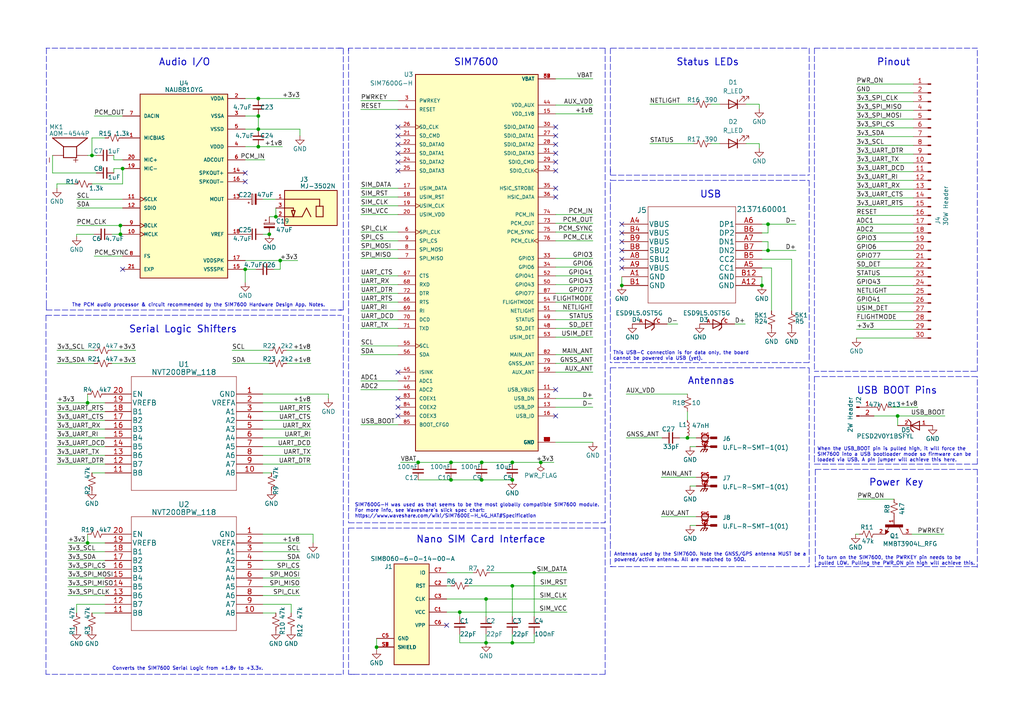
<source format=kicad_sch>
(kicad_sch (version 20231120) (generator "eeschema") (generator_version "8.0")
  (paper "A4")
  (title_block (title "SIM7600 Breakout Board") (date "2022-12-08") (rev "${VERSION}") (company "lamemakes"))
  (junction (at 154.94 166.116))
  (junction (at 139.7 139.192))
  (junction (at 80.01 62.865))
  (junction (at 148.59 169.926))
  (junction (at 180.34 82.804))
  (junction (at 148.59 139.192))
  (junction (at 156.845 134.112))
  (junction (at 133.35 177.546))
  (junction (at 148.59 134.112))
  (junction (at 109.22 187.706))
  (junction (at 222.758 65.024))
  (junction (at 148.59 186.436))
  (junction (at 81.28 75.565))
  (junction (at 139.7 134.112))
  (junction (at 74.93 33.655))
  (junction (at 25.4 116.84))
  (junction (at 220.98 82.804))
  (junction (at 121.285 134.112))
  (junction (at 222.758 72.644))
  (junction (at 26.67 45.085))
  (junction (at 71.12 78.105))
  (junction (at 74.93 42.545))
  (junction (at 140.97 173.736))
  (junction (at 140.97 186.436))
  (junction (at 35.56 48.895))
  (junction (at 130.81 139.192))
  (junction (at 199.39 127))
  (junction (at 25.4 157.48))
  (junction (at 130.81 134.112))
  (junction (at 74.93 28.575))
  (junction (at 78.105 67.945))
  (junction (at 34.925 65.405))
  (junction (at 260.35 120.65))
  (junction (at 34.925 67.945))
  (junction (at 74.93 37.465))
  (no_connect (at 161.163 41.91))
  (no_connect (at 161.163 39.37))
  (no_connect (at 115.443 44.45))
  (no_connect (at 115.443 118.11))
  (no_connect (at 35.56 78.105))
  (no_connect (at 161.163 49.53))
  (no_connect (at 161.163 113.03))
  (no_connect (at 115.443 115.57))
  (no_connect (at 115.443 46.99))
  (no_connect (at 129.54 181.356))
  (no_connect (at 115.443 39.37))
  (no_connect (at 115.443 107.95))
  (no_connect (at 161.163 44.45))
  (no_connect (at 161.163 36.83))
  (no_connect (at 115.443 49.53))
  (no_connect (at 161.163 54.61))
  (no_connect (at 115.443 41.91))
  (no_connect (at 71.12 50.165))
  (no_connect (at 161.163 120.65))
  (no_connect (at 71.12 52.705))
  (no_connect (at 180.34 67.564))
  (no_connect (at 161.163 46.99))
  (no_connect (at 161.163 57.15))
  (no_connect (at 180.34 77.724))
  (no_connect (at 115.443 120.65))
  (no_connect (at 180.34 72.644))
  (no_connect (at 180.34 70.104))
  (no_connect (at 115.443 36.83))
  (no_connect (at 180.34 75.184))
  (no_connect (at 180.34 65.024))
  (wire (pts (xy 76.2 162.56) (xy 86.995 162.56)))
  (polyline (pts (xy 101.092 151.638) (xy 175.514 151.638)) (stroke (width 0) (type dash)))
  (wire (pts (xy 104.648 74.93) (xy 115.443 74.93)))
  (wire (pts (xy 140.97 173.736) (xy 140.97 178.816)))
  (wire (pts (xy 15.24 50.165) (xy 27.94 50.165)))
  (wire (pts (xy 22.225 67.945) (xy 22.225 68.58)))
  (wire (pts (xy 139.7 139.192) (xy 130.81 139.192)))
  (polyline (pts (xy 177.038 106.68) (xy 177.038 157.607)) (stroke (width 0) (type dash)))
  (wire (pts (xy 30.48 137.16) (xy 26.67 137.16)))
  (wire (pts (xy 16.51 132.08) (xy 30.48 132.08)))
  (wire (pts (xy 220.98 77.724) (xy 223.774 77.724)))
  (wire (pts (xy 148.59 139.192) (xy 139.7 139.192)))
  (wire (pts (xy 84.455 175.26) (xy 84.455 177.8)))
  (wire (pts (xy 25.4 45.085) (xy 26.67 45.085)))
  (polyline (pts (xy 177.038 49.022) (xy 177.038 50.8)) (stroke (width 0) (type dash)))
  (polyline (pts (xy 234.696 13.97) (xy 234.696 50.8)) (stroke (width 0) (type dash)))
  (wire (pts (xy 220.98 75.184) (xy 229.616 75.184)))
  (wire (pts (xy 220.98 80.264) (xy 220.98 82.804)))
  (wire (pts (xy 248.412 39.624) (xy 264.922 39.624)))
  (wire (pts (xy 260.35 120.65) (xy 260.35 123.444)))
  (wire (pts (xy 80.01 60.325) (xy 80.01 62.865)))
  (wire (pts (xy 16.51 127) (xy 30.48 127)))
  (polyline (pts (xy 236.474 136.144) (xy 283.464 136.144)) (stroke (width 0) (type dash)))
  (wire (pts (xy 248.412 92.964) (xy 264.922 92.964)))
  (wire (pts (xy 104.648 110.49) (xy 115.443 110.49)))
  (wire (pts (xy 90.17 134.62) (xy 76.2 134.62)))
  (polyline (pts (xy 234.696 105.156) (xy 177.038 105.156)) (stroke (width 0) (type dash)))
  (wire (pts (xy 139.7 134.112) (xy 130.81 134.112)))
  (wire (pts (xy 104.648 85.09) (xy 115.443 85.09)))
  (polyline (pts (xy 99.568 91.44) (xy 99.568 195.58)) (stroke (width 0) (type dash)))
  (wire (pts (xy 188.468 30.226) (xy 201.168 30.226)))
  (wire (pts (xy 76.2 167.64) (xy 86.995 167.64)))
  (wire (pts (xy 25.4 116.84) (xy 30.48 116.84)))
  (wire (pts (xy 161.163 92.71) (xy 171.958 92.71)))
  (polyline (pts (xy 99.06 195.58) (xy 13.335 195.58)) (stroke (width 0) (type dash)))
  (wire (pts (xy 248.412 47.244) (xy 264.922 47.244)))
  (polyline (pts (xy 13.462 13.97) (xy 13.462 88.9)) (stroke (width 0) (type dash)))
  (wire (pts (xy 104.648 123.19) (xy 115.443 123.19)))
  (wire (pts (xy 90.17 127) (xy 76.2 127)))
  (wire (pts (xy 16.51 105.41) (xy 27.305 105.41)))
  (polyline (pts (xy 13.462 89.916) (xy 99.06 89.916)) (stroke (width 0) (type dash)))
  (wire (pts (xy 32.385 105.41) (xy 39.37 105.41)))
  (wire (pts (xy 16.51 116.84) (xy 25.4 116.84)))
  (wire (pts (xy 81.28 75.565) (xy 86.36 75.565)))
  (polyline (pts (xy 101.092 146.558) (xy 101.092 151.638)) (stroke (width 0) (type dash)))
  (wire (pts (xy 248.412 72.644) (xy 264.922 72.644)))
  (wire (pts (xy 200.152 152.4) (xy 201.93 152.4)))
  (polyline (pts (xy 177.038 50.8) (xy 234.696 50.8)) (stroke (width 0) (type dash)))
  (wire (pts (xy 200.152 129.54) (xy 201.93 129.54)))
  (wire (pts (xy 133.35 177.546) (xy 133.35 178.816)))
  (polyline (pts (xy 234.696 52.324) (xy 234.696 105.156)) (stroke (width 0) (type dash)))
  (polyline (pts (xy 283.464 164.338) (xy 236.474 164.338)) (stroke (width 0) (type dash)))
  (wire (pts (xy 248.412 42.164) (xy 264.922 42.164)))
  (wire (pts (xy 71.12 37.465) (xy 74.93 37.465)))
  (wire (pts (xy 161.163 64.77) (xy 171.958 64.77)))
  (wire (pts (xy 19.685 167.64) (xy 30.48 167.64)))
  (wire (pts (xy 83.185 105.41) (xy 90.17 105.41)))
  (wire (pts (xy 74.93 37.465) (xy 86.995 37.465)))
  (wire (pts (xy 253.492 120.65) (xy 260.35 120.65)))
  (wire (pts (xy 154.94 186.436) (xy 148.59 186.436)))
  (wire (pts (xy 142.24 166.116) (xy 154.94 166.116)))
  (wire (pts (xy 33.02 48.895) (xy 33.02 50.165)))
  (polyline (pts (xy 177.038 13.97) (xy 177.038 50.546)) (stroke (width 0) (type dash)))
  (wire (pts (xy 148.59 169.926) (xy 148.59 178.816)))
  (wire (pts (xy 35.56 48.895) (xy 35.56 53.34)))
  (wire (pts (xy 104.648 67.31) (xy 115.443 67.31)))
  (wire (pts (xy 90.805 154.94) (xy 90.805 157.48)))
  (wire (pts (xy 161.163 74.93) (xy 171.958 74.93)))
  (wire (pts (xy 248.412 82.804) (xy 264.922 82.804)))
  (wire (pts (xy 95.25 114.3) (xy 95.25 115.57)))
  (wire (pts (xy 25.4 154.94) (xy 25.4 157.48)))
  (wire (pts (xy 248.412 24.384) (xy 264.922 24.384)))
  (wire (pts (xy 76.2 114.3) (xy 95.25 114.3)))
  (wire (pts (xy 191.77 149.86) (xy 201.93 149.86)))
  (polyline (pts (xy 177.038 164.338) (xy 234.696 164.338)) (stroke (width 0) (type dash)))
  (wire (pts (xy 76.2 160.02) (xy 86.995 160.02)))
  (wire (pts (xy 223.774 77.724) (xy 223.774 90.17)))
  (wire (pts (xy 220.98 72.644) (xy 222.758 72.644)))
  (polyline (pts (xy 283.464 136.144) (xy 283.464 164.592)) (stroke (width 0) (type dash)))
  (wire (pts (xy 35.56 53.34) (xy 26.67 53.34)))
  (wire (pts (xy 216.408 41.656) (xy 220.218 41.656)))
  (polyline (pts (xy 175.514 13.97) (xy 101.092 13.97)) (stroke (width 0) (type dash)))
  (wire (pts (xy 19.685 172.72) (xy 30.48 172.72)))
  (wire (pts (xy 206.248 30.226) (xy 208.788 30.226)))
  (wire (pts (xy 135.89 169.926) (xy 148.59 169.926)))
  (wire (pts (xy 229.616 75.184) (xy 229.616 90.17)))
  (wire (pts (xy 67.31 101.6) (xy 78.105 101.6)))
  (wire (pts (xy 129.54 169.926) (xy 130.81 169.926)))
  (wire (pts (xy 161.163 115.57) (xy 171.958 115.57)))
  (wire (pts (xy 248.412 44.704) (xy 264.922 44.704)))
  (wire (pts (xy 200.152 140.97) (xy 201.93 140.97)))
  (wire (pts (xy 25.4 114.3) (xy 25.4 116.84)))
  (wire (pts (xy 161.163 105.41) (xy 171.958 105.41)))
  (wire (pts (xy 222.758 70.104) (xy 222.758 72.644)))
  (wire (pts (xy 154.94 166.116) (xy 164.465 166.116)))
  (wire (pts (xy 90.17 132.08) (xy 76.2 132.08)))
  (wire (pts (xy 148.59 183.896) (xy 148.59 186.436)))
  (wire (pts (xy 220.98 70.104) (xy 222.758 70.104)))
  (wire (pts (xy 222.758 67.564) (xy 222.758 65.024)))
  (polyline (pts (xy 177.038 54.61) (xy 177.038 52.07)) (stroke (width 0) (type dash)))
  (wire (pts (xy 148.59 134.112) (xy 156.845 134.112)))
  (polyline (pts (xy 99.568 88.9) (xy 99.568 13.97)) (stroke (width 0) (type dash)))
  (wire (pts (xy 199.39 127) (xy 201.93 127)))
  (wire (pts (xy 140.97 186.436) (xy 133.35 186.436)))
  (wire (pts (xy 248.412 57.404) (xy 264.922 57.404)))
  (wire (pts (xy 161.163 80.01) (xy 171.958 80.01)))
  (wire (pts (xy 25.4 157.48) (xy 19.685 157.48)))
  (wire (pts (xy 104.648 54.61) (xy 115.443 54.61)))
  (wire (pts (xy 104.648 59.69) (xy 115.443 59.69)))
  (wire (pts (xy 71.12 75.565) (xy 81.28 75.565)))
  (wire (pts (xy 76.2 172.72) (xy 86.995 172.72)))
  (wire (pts (xy 34.925 65.405) (xy 35.56 65.405)))
  (wire (pts (xy 109.22 185.166) (xy 109.22 187.706)))
  (wire (pts (xy 161.163 67.31) (xy 171.958 67.31)))
  (wire (pts (xy 213.106 93.98) (xy 216.154 93.98)))
  (wire (pts (xy 260.35 120.65) (xy 274.066 120.65)))
  (wire (pts (xy 264.414 154.94) (xy 273.812 154.94)))
  (wire (pts (xy 16.51 121.92) (xy 30.48 121.92)))
  (wire (pts (xy 154.94 183.896) (xy 154.94 186.436)))
  (wire (pts (xy 79.375 78.105) (xy 81.28 78.105)))
  (wire (pts (xy 248.412 54.864) (xy 264.922 54.864)))
  (wire (pts (xy 76.2 116.84) (xy 90.17 116.84)))
  (polyline (pts (xy 99.06 89.916) (xy 98.552 89.916)) (stroke (width 0) (type dash)))
  (polyline (pts (xy 98.044 13.97) (xy 99.568 13.97)) (stroke (width 0) (type dash)))
  (polyline (pts (xy 177.038 52.324) (xy 234.696 52.324)) (stroke (width 0) (type dash)))
  (wire (pts (xy 104.648 90.17) (xy 115.443 90.17)))
  (wire (pts (xy 248.412 26.924) (xy 264.922 26.924)))
  (polyline (pts (xy 175.514 153.162) (xy 175.514 195.58)) (stroke (width 0) (type dash)))
  (wire (pts (xy 25.4 157.48) (xy 30.48 157.48)))
  (wire (pts (xy 161.163 85.09) (xy 171.958 85.09)))
  (wire (pts (xy 22.225 175.26) (xy 30.48 175.26)))
  (polyline (pts (xy 101.092 153.162) (xy 101.092 195.58)) (stroke (width 0) (type dash)))
  (wire (pts (xy 33.02 46.355) (xy 35.56 46.355)))
  (wire (pts (xy 104.648 113.03) (xy 115.443 113.03)))
  (polyline (pts (xy 283.464 109.22) (xy 236.22 109.22)) (stroke (width 0) (type dash)))
  (wire (pts (xy 191.77 138.43) (xy 201.93 138.43)))
  (polyline (pts (xy 236.22 134.62) (xy 283.464 134.62)) (stroke (width 0) (type dash)))
  (wire (pts (xy 76.2 154.94) (xy 90.805 154.94)))
  (wire (pts (xy 74.93 42.545) (xy 81.915 42.545)))
  (wire (pts (xy 248.412 90.424) (xy 264.922 90.424)))
  (polyline (pts (xy 177.038 164.338) (xy 177.546 164.338)) (stroke (width 0) (type dash)))
  (wire (pts (xy 222.758 65.024) (xy 230.886 65.024)))
  (wire (pts (xy 67.31 105.41) (xy 78.105 105.41)))
  (wire (pts (xy 27.305 33.655) (xy 35.56 33.655)))
  (wire (pts (xy 104.648 82.55) (xy 115.443 82.55)))
  (wire (pts (xy 161.163 102.87) (xy 171.958 102.87)))
  (wire (pts (xy 104.648 31.75) (xy 115.443 31.75)))
  (wire (pts (xy 33.02 45.085) (xy 33.02 46.355)))
  (wire (pts (xy 22.225 65.405) (xy 34.925 65.405)))
  (wire (pts (xy 86.995 37.465) (xy 86.995 39.37)))
  (wire (pts (xy 76.2 157.48) (xy 86.995 157.48)))
  (wire (pts (xy 129.54 166.116) (xy 137.16 166.116)))
  (wire (pts (xy 19.685 170.18) (xy 30.48 170.18)))
  (polyline (pts (xy 177.165 13.97) (xy 213.995 13.97)) (stroke (width 0) (type dash)))
  (wire (pts (xy 161.163 118.11) (xy 171.958 118.11)))
  (wire (pts (xy 248.412 37.084) (xy 264.922 37.084)))
  (polyline (pts (xy 101.092 195.58) (xy 102.87 195.58)) (stroke (width 0) (type dash)))
  (wire (pts (xy 216.408 30.226) (xy 220.218 30.226)))
  (wire (pts (xy 248.412 34.544) (xy 264.922 34.544)))
  (wire (pts (xy 248.412 75.184) (xy 264.922 75.184)))
  (wire (pts (xy 27.305 74.295) (xy 35.56 74.295)))
  (polyline (pts (xy 99.568 89.916) (xy 98.552 89.916)) (stroke (width 0) (type dash)))
  (wire (pts (xy 104.648 29.21) (xy 115.443 29.21)))
  (polyline (pts (xy 175.514 195.58) (xy 167.64 195.58)) (stroke (width 0) (type dash)))
  (wire (pts (xy 22.225 60.325) (xy 35.56 60.325)))
  (wire (pts (xy 248.666 144.78) (xy 259.334 144.78)))
  (wire (pts (xy 104.648 57.15) (xy 115.443 57.15)))
  (wire (pts (xy 104.648 69.85) (xy 115.443 69.85)))
  (wire (pts (xy 74.93 33.655) (xy 74.93 37.465)))
  (wire (pts (xy 26.67 45.085) (xy 27.94 45.085)))
  (wire (pts (xy 148.59 169.926) (xy 164.465 169.926)))
  (wire (pts (xy 109.22 187.706) (xy 109.22 188.468)))
  (wire (pts (xy 161.163 22.86) (xy 171.958 22.86)))
  (wire (pts (xy 161.163 97.79) (xy 171.958 97.79)))
  (wire (pts (xy 76.2 67.945) (xy 78.105 67.945)))
  (polyline (pts (xy 101.092 153.162) (xy 175.514 153.162)) (stroke (width 0) (type dash)))
  (wire (pts (xy 84.455 175.26) (xy 76.2 175.26)))
  (wire (pts (xy 16.51 124.46) (xy 30.48 124.46)))
  (wire (pts (xy 16.51 129.54) (xy 30.48 129.54)))
  (polyline (pts (xy 177.038 54.61) (xy 177.038 105.156)) (stroke (width 0) (type dash)))
  (wire (pts (xy 248.412 32.004) (xy 264.922 32.004)))
  (wire (pts (xy 71.12 28.575) (xy 74.93 28.575)))
  (wire (pts (xy 161.163 30.48) (xy 171.958 30.48)))
  (wire (pts (xy 26.67 40.005) (xy 26.67 45.085)))
  (wire (pts (xy 248.412 70.104) (xy 264.922 70.104)))
  (wire (pts (xy 188.468 41.656) (xy 201.168 41.656)))
  (wire (pts (xy 16.51 101.6) (xy 27.305 101.6)))
  (wire (pts (xy 22.225 57.785) (xy 35.56 57.785)))
  (wire (pts (xy 140.97 173.736) (xy 164.465 173.736)))
  (wire (pts (xy 148.59 134.112) (xy 139.7 134.112)))
  (wire (pts (xy 78.105 62.865) (xy 80.01 62.865)))
  (wire (pts (xy 104.648 102.87) (xy 115.443 102.87)))
  (wire (pts (xy 76.2 177.8) (xy 80.01 177.8)))
  (wire (pts (xy 161.163 87.63) (xy 171.958 87.63)))
  (wire (pts (xy 104.648 92.71) (xy 115.443 92.71)))
  (wire (pts (xy 76.2 57.785) (xy 80.01 57.785)))
  (wire (pts (xy 161.163 69.85) (xy 171.958 69.85)))
  (wire (pts (xy 71.12 78.105) (xy 74.295 78.105)))
  (wire (pts (xy 90.17 129.54) (xy 76.2 129.54)))
  (wire (pts (xy 104.648 62.23) (xy 115.443 62.23)))
  (wire (pts (xy 104.648 95.25) (xy 115.443 95.25)))
  (wire (pts (xy 71.12 33.655) (xy 74.93 33.655)))
  (wire (pts (xy 34.925 67.945) (xy 35.56 67.945)))
  (wire (pts (xy 133.35 177.546) (xy 164.465 177.546)))
  (wire (pts (xy 32.385 101.6) (xy 39.37 101.6)))
  (wire (pts (xy 71.12 78.105) (xy 71.12 81.915)))
  (wire (pts (xy 104.648 100.33) (xy 115.443 100.33)))
  (wire (pts (xy 161.163 62.23) (xy 171.958 62.23)))
  (wire (pts (xy 129.54 173.736) (xy 140.97 173.736)))
  (wire (pts (xy 180.34 80.264) (xy 180.34 82.804)))
  (wire (pts (xy 193.548 93.98) (xy 196.596 93.98)))
  (polyline (pts (xy 101.092 13.97) (xy 101.092 133.35)) (stroke (width 0) (type dash)))
  (wire (pts (xy 248.412 67.564) (xy 264.922 67.564)))
  (wire (pts (xy 16.51 53.34) (xy 16.51 54.61)))
  (wire (pts (xy 248.412 49.784) (xy 264.922 49.784)))
  (polyline (pts (xy 214.122 13.97) (xy 234.696 13.97)) (stroke (width 0) (type dash)))
  (wire (pts (xy 161.163 128.27) (xy 171.958 128.27)))
  (wire (pts (xy 248.412 95.504) (xy 264.922 95.504)))
  (polyline (pts (xy 13.335 91.44) (xy 99.06 91.44)) (stroke (width 0) (type dash)))
  (wire (pts (xy 90.17 121.92) (xy 76.2 121.92)))
  (polyline (pts (xy 236.22 132.334) (xy 236.22 134.62)) (stroke (width 0) (type dash)))
  (wire (pts (xy 71.12 42.545) (xy 74.93 42.545)))
  (polyline (pts (xy 177.038 106.68) (xy 234.696 106.68)) (stroke (width 0) (type dash)))
  (wire (pts (xy 76.2 170.18) (xy 86.995 170.18)))
  (wire (pts (xy 81.28 78.105) (xy 81.28 75.565)))
  (polyline (pts (xy 101.092 132.842) (xy 101.092 146.812)) (stroke (width 0) (type dash)))
  (wire (pts (xy 22.225 175.26) (xy 22.225 177.8)))
  (wire (pts (xy 71.12 46.355) (xy 76.835 46.355)))
  (wire (pts (xy 19.685 162.56) (xy 30.48 162.56)))
  (wire (pts (xy 74.93 28.575) (xy 86.995 28.575)))
  (wire (pts (xy 30.48 177.8) (xy 26.67 177.8)))
  (wire (pts (xy 16.51 134.62) (xy 30.48 134.62)))
  (polyline (pts (xy 236.22 109.22) (xy 236.22 132.334)) (stroke (width 0) (type dash)))
  (wire (pts (xy 154.94 166.116) (xy 154.94 178.816)))
  (polyline (pts (xy 175.514 13.97) (xy 175.514 151.638)) (stroke (width 0) (type dash)))
  (wire (pts (xy 121.285 139.192) (xy 130.81 139.192)))
  (polyline (pts (xy 175.514 151.638) (xy 175.514 151.13)) (stroke (width 0) (type dash)))
  (wire (pts (xy 76.2 137.16) (xy 78.74 137.16)))
  (wire (pts (xy 156.845 134.112) (xy 160.655 134.112)))
  (wire (pts (xy 83.185 101.6) (xy 90.17 101.6)))
  (polyline (pts (xy 13.462 88.9) (xy 13.462 89.916)) (stroke (width 0) (type dash)))
  (wire (pts (xy 104.648 80.01) (xy 115.443 80.01)))
  (wire (pts (xy 248.412 65.024) (xy 264.922 65.024)))
  (wire (pts (xy 32.385 67.945) (xy 34.925 67.945)))
  (wire (pts (xy 35.56 48.895) (xy 33.02 48.895)))
  (polyline (pts (xy 236.22 13.97) (xy 236.22 107.696)) (stroke (width 0) (type dash)))
  (wire (pts (xy 161.163 82.55) (xy 171.958 82.55)))
  (wire (pts (xy 22.225 67.945) (xy 27.305 67.945)))
  (wire (pts (xy 90.17 119.38) (xy 76.2 119.38)))
  (polyline (pts (xy 13.335 91.44) (xy 13.335 195.58)) (stroke (width 0) (type dash)))
  (polyline (pts (xy 99.06 13.97) (xy 13.335 13.97)) (stroke (width 0) (type dash)))
  (wire (pts (xy 19.685 160.02) (xy 30.48 160.02)))
  (wire (pts (xy 21.59 53.34) (xy 16.51 53.34)))
  (wire (pts (xy 90.17 124.46) (xy 76.2 124.46)))
  (polyline (pts (xy 236.474 136.144) (xy 236.474 164.592)) (stroke (width 0) (type dash)))
  (wire (pts (xy 161.163 33.02) (xy 171.958 33.02)))
  (polyline (pts (xy 283.464 134.62) (xy 283.464 109.22)) (stroke (width 0) (type dash)))
  (wire (pts (xy 129.54 177.546) (xy 133.35 177.546)))
  (wire (pts (xy 199.39 119.38) (xy 199.39 121.92)))
  (polyline (pts (xy 283.21 107.696) (xy 236.22 107.696)) (stroke (width 0) (type dash)))
  (wire (pts (xy 222.758 72.644) (xy 230.886 72.644)))
  (wire (pts (xy 248.412 62.484) (xy 264.922 62.484)))
  (wire (pts (xy 206.248 41.656) (xy 208.788 41.656)))
  (wire (pts (xy 104.648 87.63) (xy 115.443 87.63)))
  (wire (pts (xy 76.2 165.1) (xy 86.995 165.1)))
  (wire (pts (xy 220.218 30.226) (xy 220.218 31.496)))
  (wire (pts (xy 266.192 118.11) (xy 258.572 118.11)))
  (wire (pts (xy 181.61 114.3) (xy 199.39 114.3)))
  (wire (pts (xy 104.648 72.39) (xy 115.443 72.39)))
  (wire (pts (xy 248.412 29.464) (xy 264.922 29.464)))
  (wire (pts (xy 140.97 183.896) (xy 140.97 186.436)))
  (wire (pts (xy 116.205 134.112) (xy 121.285 134.112)))
  (wire (pts (xy 121.285 134.112) (xy 130.81 134.112)))
  (wire (pts (xy 197.104 127) (xy 199.39 127)))
  (polyline (pts (xy 99.568 88.9) (xy 99.568 89.916)) (stroke (width 0) (type dash)))
  (polyline (pts (xy 283.464 107.696) (xy 283.464 13.97)) (stroke (width 0) (type dash)))
  (wire (pts (xy 248.412 59.944) (xy 264.922 59.944)))
  (wire (pts (xy 220.218 41.656) (xy 220.218 42.926)))
  (wire (pts (xy 220.98 67.564) (xy 222.758 67.564)))
  (wire (pts (xy 248.412 98.044) (xy 264.922 98.044)))
  (wire (pts (xy 133.35 186.436) (xy 133.35 183.896)))
  (polyline (pts (xy 234.696 106.68) (xy 234.696 164.338)) (stroke (width 0) (type dash)))
  (polyline (pts (xy 168.275 195.58) (xy 101.6 195.58)) (stroke (width 0) (type dash)))
  (polyline (pts (xy 177.038 157.48) (xy 177.038 164.338)) (stroke (width 0) (type dash)))
  (wire (pts (xy 161.163 95.25) (xy 171.958 95.25)))
  (wire (pts (xy 19.685 165.1) (xy 30.48 165.1)))
  (wire (pts (xy 248.158 154.94) (xy 249.174 154.94)))
  (wire (pts (xy 148.59 186.436) (xy 140.97 186.436)))
  (wire (pts (xy 248.412 87.884) (xy 264.922 87.884)))
  (polyline (pts (xy 101.092 13.97) (xy 101.092 14.732)) (stroke (width 0) (type dash)))
  (wire (pts (xy 181.61 127) (xy 192.024 127)))
  (wire (pts (xy 161.163 90.17) (xy 171.958 90.17)))
  (wire (pts (xy 248.412 52.324) (xy 264.922 52.324)))
  (wire (pts (xy 248.412 85.344) (xy 264.922 85.344)))
  (wire (pts (xy 34.925 65.405) (xy 34.925 67.945)))
  (wire (pts (xy 30.48 40.005) (xy 26.67 40.005)))
  (wire (pts (xy 220.98 65.024) (xy 222.758 65.024)))
  (wire (pts (xy 248.412 80.264) (xy 264.922 80.264)))
  (wire (pts (xy 248.412 77.724) (xy 264.922 77.724)))
  (wire (pts (xy 161.163 77.47) (xy 171.958 77.47)))
  (polyline (pts (xy 236.22 13.97) (xy 283.464 13.97)) (stroke (width 0) (type dash)))
  (wire (pts (xy 161.163 107.95) (xy 171.958 107.95)))
  (wire (pts (xy 16.51 119.38) (xy 30.48 119.38)))
  (wire (pts (xy 15.24 45.085) (xy 15.24 50.165)))
  (text "USB BOOT Pins" (at 248.412 114.554 0) (effects (font (size 2 2) (thickness 0.254) (bold yes)) (justify left bottom)))
  (text "Nano SIM Card Interface" (at 120.65 157.734 0) (effects (font (size 2 2) (thickness 0.254) (bold yes)) (justify left bottom)))
  (text "The PCM audio processor & circuit recommended by the SIM7600 Hardware Design App. Notes." (at 20.828 89.154 0) (effects (font (size 1 1)) (justify left bottom)))
  (text "SIM7600G-H was used as that seems to be the most globally compatible SIM7600 module. \nFor more info, see Waveshare's slick spec chart:\nhttps://www.waveshare.com/wiki/SIM7600E-H_4G_HAT#Specification" (at 102.87 150.368 0) (effects (font (size 1 1)) (justify left bottom)))
  (text "SIM7600" (at 131.572 19.304 0) (effects (font (size 2 2) (thickness 0.254) (bold yes)) (justify left bottom)))
  (text "Antennas used by the SIM7600. Note the GNSS/GPS antenna MUST be a \npowered/active antenna. All are matched to 50Ω." (at 178.054 163.068 0) (effects (font (size 1 1)) (justify left bottom)))
  (text "Power Key" (at 251.968 141.224 0) (effects (font (size 2 2) (thickness 0.254) (bold yes)) (justify left bottom)))
  (text "Audio I/O" (at 45.974 19.304 0) (effects (font (size 2 2) (thickness 0.254) (bold yes)) (justify left bottom)))
  (text "Converts the SIM7600 Serial Logic from +1.8v to +3.3v." (at 32.512 194.564 0) (effects (font (size 1 1)) (justify left bottom)))
  (text "This USB-C connection is for data only, the board\ncannot be powered via USB (yet)." (at 177.8 104.648 0) (effects (font (size 1 1)) (justify left bottom)))
  (text "To turn on the SIM7600, the PWRKEY pin needs to be\npulled LOW. Pulling the PWR_ON pin high will achieve this." (at 237.236 164.084 0) (effects (font (size 1 1)) (justify left bottom)))
  (text "Antennas" (at 199.39 111.76 0) (effects (font (size 2 2) (thickness 0.254) (bold yes)) (justify left bottom)))
  (text "Pinout" (at 254.254 19.304 0) (effects (font (size 2 2) (thickness 0.254) (bold yes)) (justify left bottom)))
  (text "USB" (at 202.946 57.658 0) (effects (font (size 2 2) (thickness 0.254) (bold yes)) (justify left bottom)))
  (text "Serial Logic Shifters" (at 37.338 96.774 0) (effects (font (size 2 2) (thickness 0.254) (bold yes)) (justify left bottom)))
  (text "Status LEDs" (at 196.088 19.304 0) (effects (font (size 2 2) (thickness 0.254) (bold yes)) (justify left bottom)))
  (text "When the USB_BOOT pin is pulled high, it will force the \nSIM7600 into a USB bootloader mode so firmware can be \nloaded via USB. A pin jumper will achieve this here." (at 236.982 134.112 0) (effects (font (size 1 1)) (justify left bottom)))
  (label "UART_TX" (at 104.648 95.25 0))
  (label "+3v3" (at 16.51 116.84 0))
  (label "GPIO3" (at 171.958 74.93 180))
  (label "MAIN_ANT" (at 171.958 102.87 180))
  (label "SCL" (at 67.31 101.6 0))
  (label "UART_DTR" (at 90.17 134.62 180))
  (label "AUX_VDD" (at 171.958 30.48 180))
  (label "SDA" (at 67.31 105.41 0))
  (label "UART_RI" (at 90.17 127 180))
  (label "GPIO41" (at 248.412 87.884 0))
  (label "D+" (at 171.958 115.57 180))
  (label "SPI_CS" (at 86.995 165.1 180))
  (label "3v3_SPI_MISO" (at 19.685 170.18 0))
  (label "NETLIGHT" (at 188.468 30.226 0))
  (label "3v3_SCL" (at 16.51 101.6 0))
  (label "D+" (at 230.886 72.644 180))
  (label "D+" (at 216.154 93.98 180))
  (label "STATUS" (at 248.412 80.264 0))
  (label "UART_CTS" (at 90.17 121.92 180))
  (label "+1v8" (at 171.958 33.02 180))
  (label "AUX_ANT" (at 191.77 149.86 0))
  (label "+3v3" (at 39.37 105.41 180))
  (label "PWRKEY" (at 273.812 154.94 180))
  (label "SPI_MOSI" (at 86.995 167.64 180))
  (label "+3v3" (at 39.37 101.6 180))
  (label "3v3_UART_CTS" (at 248.412 57.404 0))
  (label "USIM_DET" (at 248.412 90.424 0))
  (label "SDA" (at 104.648 102.87 0))
  (label "SD_DET" (at 248.412 77.724 0))
  (label "RESET" (at 104.648 31.75 0))
  (label "NETLIGHT" (at 248.412 85.344 0))
  (label "SIM_VCC" (at 104.648 62.23 0))
  (label "GPIO77" (at 248.412 75.184 0))
  (label "PCM_CLK" (at 171.958 69.85 180))
  (label "3v3_SPI_CLK" (at 19.685 172.72 0))
  (label "3v3_UART_DCD" (at 248.412 49.784 0))
  (label "PCM_CLK" (at 22.225 65.405 0))
  (label "3v3_UART_RI" (at 248.412 52.324 0))
  (label "SPI_MOSI" (at 104.648 72.39 0))
  (label "D-" (at 171.958 118.11 180))
  (label "SPI_CLK" (at 86.995 172.72 180))
  (label "3v3_SPI_CS" (at 248.412 37.084 0))
  (label "PCM_OUT" (at 171.958 64.77 180))
  (label "GND" (at 248.412 26.924 0))
  (label "SPI_MISO" (at 86.995 170.18 180))
  (label "3v3_SPI_CLK" (at 248.412 29.464 0))
  (label "3v3_SPI_MISO" (at 248.412 32.004 0))
  (label "GPIO43" (at 171.958 82.55 180))
  (label "SCL" (at 22.225 57.785 0))
  (label "UART_RX" (at 90.17 124.46 180))
  (label "3v3_SCL" (at 19.685 160.02 0))
  (label "MAIN_ANT" (at 191.77 138.43 0))
  (label "UART_RI" (at 104.648 90.17 0))
  (label "SD_DET" (at 171.958 95.25 180))
  (label "UART_TX" (at 90.17 132.08 180))
  (label "+1v8" (at 81.915 42.545 180))
  (label "UART_DCD" (at 104.648 92.71 0))
  (label "FLIGHTMODE" (at 248.412 92.964 0))
  (label "PCM_IN" (at 76.835 46.355 180))
  (label "3v3_SDA" (at 19.685 162.56 0))
  (label "SIM_VCC" (at 164.465 177.546 180))
  (label "USB_BOOT" (at 104.648 123.19 0))
  (label "PWRKEY" (at 104.648 29.21 0))
  (label "PCM_SYNC" (at 171.958 67.31 180))
  (label "+1v8" (at 90.17 101.6 180))
  (label "+3v3" (at 86.995 28.575 180))
  (label "+3v3" (at 248.412 95.504 0))
  (label "ADC1" (at 248.412 65.024 0))
  (label "3v3_UART_DTR" (at 248.412 44.704 0))
  (label "3v3_SPI_MOSI" (at 19.685 167.64 0))
  (label "NETLIGHT" (at 171.958 90.17 180))
  (label "SDA" (at 22.225 60.325 0))
  (label "PWR_ON" (at 248.666 144.78 0))
  (label "AUX_ANT" (at 171.958 107.95 180))
  (label "D-" (at 196.596 93.98 180))
  (label "3v3_UART_CTS" (at 16.51 121.92 0))
  (label "UART_DTR" (at 104.648 85.09 0))
  (label "UART_RTS" (at 104.648 87.63 0))
  (label "USB_BOOT" (at 274.066 120.65 180))
  (label "GPIO77" (at 171.958 85.09 180))
  (label "GPIO3" (at 248.412 70.104 0))
  (label "SIM_RST" (at 104.648 57.15 0))
  (label "3v3_UART_TX" (at 248.412 47.244 0))
  (label "SIM_DATA" (at 164.465 166.116 180))
  (label "UART_RTS" (at 90.17 119.38 180))
  (label "+1v8" (at 90.17 105.41 180))
  (label "SIM_RST" (at 164.465 169.926 180))
  (label "VBAT" (at 171.958 22.86 180))
  (label "3v3_SDA" (at 16.51 105.41 0))
  (label "GPIO41" (at 171.958 80.01 180))
  (label "AUX_VDD" (at 181.61 114.3 0))
  (label "PWR_ON" (at 248.412 24.384 0))
  (label "+1v8" (at 86.995 157.48 180))
  (label "SCL" (at 86.995 160.02 180))
  (label "GPIO6" (at 248.412 72.644 0))
  (label "SIM_CLK" (at 104.648 59.69 0))
  (label "3v3_UART_RX" (at 16.51 124.46 0))
  (label "3v3_SCL" (at 248.412 42.164 0))
  (label "3v3_UART_DCD" (at 16.51 129.54 0))
  (label "SIM_CLK" (at 164.465 173.736 180))
  (label "3v3_SPI_CS" (at 19.685 165.1 0))
  (label "+1v8" (at 266.192 118.11 180))
  (label "3v3_UART_RTS" (at 248.412 59.944 0))
  (label "SDA" (at 86.995 162.56 180))
  (label "3v3_UART_DTR" (at 16.51 134.62 0))
  (label "RESET" (at 248.412 62.484 0))
  (label "STATUS" (at 171.958 92.71 180))
  (label "3v3_UART_TX" (at 16.51 132.08 0))
  (label "GNSS_ANT" (at 181.61 127 0))
  (label "VBAT" (at 116.205 134.112 0))
  (label "ADC2" (at 104.648 113.03 0))
  (label "SIM_DATA" (at 104.648 54.61 0))
  (label "GNSS_ANT" (at 171.958 105.41 180))
  (label "3v3_UART_RX" (at 248.412 54.864 0))
  (label "SPI_CS" (at 104.648 69.85 0))
  (label "+3v3" (at 19.685 157.48 0))
  (label "UART_CTS" (at 104.648 80.01 0))
  (label "+3v3" (at 160.655 134.112 180))
  (label "3v3_UART_RTS" (at 16.51 119.38 0))
  (label "STATUS" (at 188.468 41.656 0))
  (label "FLIGHTMODE" (at 171.958 87.63 180))
  (label "ADC1" (at 104.648 110.49 0))
  (label "USIM_DET" (at 171.958 97.79 180))
  (label "3v3_UART_RI" (at 16.51 127 0))
  (label "UART_DCD" (at 90.17 129.54 180))
  (label "3v3_SPI_MOSI" (at 248.412 34.544 0))
  (label "3v3_SDA" (at 248.412 39.624 0))
  (label "GPIO6" (at 171.958 77.47 180))
  (label "+3v3" (at 86.36 75.565 180))
  (label "D-" (at 230.886 65.024 180))
  (label "PCM_SYNC" (at 27.305 74.295 0))
  (label "+1v8" (at 90.17 116.84 180))
  (label "PCM_IN" (at 171.958 62.23 180))
  (label "PCM_OUT" (at 27.305 33.655 0))
  (label "SPI_MISO" (at 104.648 74.93 0))
  (label "SCL" (at 104.648 100.33 0))
  (label "SPI_CLK" (at 104.648 67.31 0))
  (label "ADC2" (at 248.412 67.564 0))
  (label "UART_RX" (at 104.648 82.55 0))
  (label "GPIO43" (at 248.412 82.804 0))
  (symbol (lib_id "power:GND") (at 78.74 142.24 0) (unit 1)
    (property "Reference" "#PWR06" (effects (hide yes)))
    (property "Value" "GND" (at 78.74 146.05 0))
  )
  (symbol (lib_id "power:GND") (at 248.158 154.94 0) (unit 1)
    (property "Reference" "#PWR08" (effects (hide yes)))
    (property "Value" "GND" (at 248.158 158.75 0))
  )
  (symbol (lib_id "Device:R_Small_US") (at 22.225 180.34 180) (unit 1)
    (property "Reference" "R1" (at 20.955 182.88 90))
    (property "Value" "47k" (at 20.955 177.8 90))
    (property "Footprint" "Resistor_SMD:R_0201_0603Metric_Pad0.64x0.40mm_HandSolder" (effects (hide yes)))
  )
  (symbol (lib_id "Device:R_Small_US") (at 229.616 92.71 180) (unit 1)
    (property "Reference" "R5" (at 231.902 93.218 0))
    (property "Value" "5K1" (at 232.41 91.44 0))
    (property "Footprint" "Resistor_SMD:R_0201_0603Metric_Pad0.64x0.40mm_HandSolder" (effects (hide yes)))
  )
  (symbol (lib_id "Device:R_Small_US") (at 139.7 166.116 90) (unit 1)
    (property "Reference" "R7" (at 137.16 164.846 90))
    (property "Value" "22" (at 142.24 164.846 90))
    (property "Footprint" "Resistor_SMD:R_0201_0603Metric_Pad0.64x0.40mm_HandSolder" (effects (hide yes)))
  )
  (symbol (lib_id "Device:R_Small_US") (at 133.35 169.926 90) (unit 1)
    (property "Reference" "R6" (at 130.81 168.656 90))
    (property "Value" "22" (at 135.89 168.656 90))
    (property "Footprint" "Resistor_SMD:R_0201_0603Metric_Pad0.64x0.40mm_HandSolder" (effects (hide yes)))
  )
  (symbol (lib_id "power:GND") (at 26.67 182.88 0) (unit 1)
    (property "Reference" "#PWR04" (effects (hide yes)))
    (property "Value" "GND" (at 26.67 186.69 0))
  )
  (symbol (lib_name "SIM7600E-H_1") (lib_id "SIM7600E-H:SIM7600E-H") (at 138.303 77.47 0) (unit 1)
    (property "Reference" "U3" (at 118.491 21.59 0))
    (property "Value" "SIM7600G-H" (at 113.538 24.13 0))
    (property "Footprint" "sim7600_breakout:IC_SIM7600E-H" (effects (hide yes)))
    (property "MANUFACTURER" "SIMCom" (effects (hide yes)))
    (property "PARTREV" "1.01" (effects (hide yes)))
    (property "STANDARD" "Manufacturer Recommendations" (effects (hide yes)))
  )
  (symbol (lib_id "power:GND") (at 183.388 93.98 0) (mirror y) (unit 1)
    (property "Reference" "#PWR026" (effects (hide yes)))
    (property "Value" "GND" (at 183.388 97.79 0))
  )
  (symbol (lib_id "power:GND") (at 180.34 82.804 0) (unit 1)
    (property "Reference" "#PWR017" (effects (hide yes)))
    (property "Value" "GND" (at 180.34 86.614 0))
  )
  (symbol (lib_id "power:GND") (at 71.12 81.915 0) (unit 1)
    (property "Reference" "#PWR019" (effects (hide yes)))
    (property "Value" "GND" (at 71.12 85.725 0))
  )
  (symbol (lib_id "Device:C_Small") (at 148.59 136.652 0) (mirror y) (unit 1)
    (property "Reference" "C5" (at 148.59 138.557 0) (effects (justify left)))
    (property "Value" "10uF" (at 148.59 135.382 0) (effects (justify left)))
    (property "Footprint" "Capacitor_SMD:C_0603_1608Metric_Pad1.08x0.95mm_HandSolder" (effects (hide yes)))
  )
  (symbol (lib_id "Device:R_Small_US") (at 256.032 118.11 270) (mirror x) (unit 1)
    (property "Reference" "R13" (at 259.334 117.348 90))
    (property "Value" "47k" (at 253.746 117.348 90))
    (property "Footprint" "Resistor_SMD:R_0201_0603Metric_Pad0.64x0.40mm_HandSolder" (effects (hide yes)))
  )
  (symbol (lib_id "MJ-3502N:MJ-3502N") (at 90.17 60.325 0) (mirror y) (unit 1)
    (property "Reference" "J3" (at 86.995 52.07 0) (effects (justify right)))
    (property "Value" "MJ-3502N" (at 86.995 53.975 0) (effects (justify right)))
    (property "Footprint" "sim7600_breakout:CUI_MJ-3502N" (effects (hide yes)))
    (property "MANUFACTURER" "CUI INC" (effects (hide yes)))
    (property "STANDARD" "MANUFACTURER RECOMMENDATIONS" (effects (hide yes)))
    (property "PART_REV" "A" (effects (hide yes)))
  )
  (symbol (lib_id "Device:R_Small_US") (at 251.714 154.94 90) (unit 1)
    (property "Reference" "R11" (at 251.46 152.908 90))
    (property "Value" "47k" (at 251.714 156.972 90))
    (property "Footprint" "Resistor_SMD:R_0201_0603Metric_Pad0.64x0.40mm_HandSolder" (effects (hide yes)))
  )
  (symbol (lib_id "Device:R_Small_US") (at 29.845 101.6 90) (unit 1)
    (property "Reference" "R20" (at 27.305 100.33 90))
    (property "Value" "4k7" (at 32.385 100.33 90))
    (property "Footprint" "Resistor_SMD:R_0201_0603Metric_Pad0.64x0.40mm_HandSolder" (effects (hide yes)))
  )
  (symbol (lib_id "NVT2008PW_118:NVT2008PW_118") (at 76.2 154.94 0) (mirror y) (unit 1)
    (property "Reference" "U2" (at 53.34 146.304 0) (effects (font (size 1.524 1.524))))
    (property "Value" "NVT2008PW_118" (at 53.34 148.59 0) (effects (font (size 1.524 1.524))))
    (property "Footprint" "sim7600_breakout:NVT2008PW_118" (effects (hide yes)))
  )
  (symbol (lib_id "Device:C_Small") (at 154.94 181.356 0) (unit 1)
    (property "Reference" "C4" (at 154.94 180.086 0) (effects (justify left)))
    (property "Value" "100nF" (at 154.94 183.896 0) (effects (justify left)))
    (property "Footprint" "Capacitor_SMD:C_0603_1608Metric_Pad1.08x0.95mm_HandSolder" (effects (hide yes)))
  )
  (symbol (lib_id "Device:C_Polarized_Small") (at 78.105 65.405 0) (unit 1)
    (property "Reference" "C19" (at 80.01 64.135 0) (effects (justify left)))
    (property "Value" "47uF" (at 80.01 66.675 0) (effects (justify left)))
    (property "Footprint" "sim7600_breakout:865080543009" (effects (hide yes)))
  )
  (symbol (lib_id "power:GND") (at 148.59 139.192 0) (unit 1)
    (property "Reference" "#PWR0107" (effects (hide yes)))
    (property "Value" "GND" (at 148.59 143.002 0))
  )
  (symbol (lib_id "power:GND") (at 171.958 128.27 0) (unit 1)
    (property "Reference" "#PWR012" (effects (hide yes)))
    (property "Value" "GND" (at 171.958 132.08 0))
  )
  (symbol (lib_id "Device:C_Small") (at 140.97 181.356 0) (unit 1)
    (property "Reference" "C2" (at 140.97 180.086 0) (effects (justify left)))
    (property "Value" "22pF" (at 140.97 183.896 0) (effects (justify left)))
    (property "Footprint" "Capacitor_SMD:C_0603_1608Metric_Pad1.08x0.95mm_HandSolder" (effects (hide yes)))
  )
  (symbol (lib_id "Device:C_Small") (at 76.835 78.105 90) (unit 1)
    (property "Reference" "C26" (at 80.01 76.835 90) (effects (justify left)))
    (property "Value" "4.7uF" (at 76.2 76.835 90) (effects (justify left)))
    (property "Footprint" "Capacitor_SMD:C_0603_1608Metric_Pad1.08x0.95mm_HandSolder" (effects (hide yes)))
  )
  (symbol (lib_id "Device:C_Small") (at 73.66 67.945 90) (unit 1)
    (property "Reference" "C25" (at 73.025 66.675 90) (effects (justify left)))
    (property "Value" "4.7uF" (at 73.025 69.215 90) (effects (justify left)))
    (property "Footprint" "Capacitor_SMD:C_0603_1608Metric_Pad1.08x0.95mm_HandSolder" (effects (hide yes)))
  )
  (symbol (lib_id "Device:R_Small_US") (at 27.94 154.94 90) (unit 1)
    (property "Reference" "R19" (at 25.4 153.67 90))
    (property "Value" "4k7" (at 30.48 153.67 90))
    (property "Footprint" "Resistor_SMD:R_0201_0603Metric_Pad0.64x0.40mm_HandSolder" (effects (hide yes)))
  )
  (symbol (lib_id "power:GND") (at 78.105 67.945 0) (unit 1)
    (property "Reference" "#PWR020" (effects (hide yes)))
    (property "Value" "GND" (at 78.105 71.755 0))
  )
  (symbol (lib_id "Device:C_Small") (at 29.845 67.945 270) (unit 1)
    (property "Reference" "C6" (at 26.67 69.215 90) (effects (justify left)))
    (property "Value" "4.7uF" (at 30.48 69.215 90) (effects (justify left)))
    (property "Footprint" "Capacitor_SMD:C_0603_1608Metric_Pad1.08x0.95mm_HandSolder" (effects (hide yes)))
  )
  (symbol (lib_id "power:GND") (at 109.22 188.468 0) (unit 1)
    (property "Reference" "#PWR01" (effects (hide yes)))
    (property "Value" "GND" (at 109.22 192.278 0))
  )
  (symbol (lib_id "power:GND") (at 16.51 54.61 0) (unit 1)
    (property "Reference" "#PWR014" (effects (hide yes)))
    (property "Value" "GND" (at 16.51 58.42 0))
  )
  (symbol (lib_id "Device:R_Small_US") (at 78.74 139.7 0) (mirror x) (unit 1)
    (property "Reference" "R9" (at 80.01 142.24 90))
    (property "Value" "47k" (at 80.01 137.16 90))
    (property "Footprint" "Resistor_SMD:R_0201_0603Metric_Pad0.64x0.40mm_HandSolder" (effects (hide yes)))
  )
  (symbol (lib_id "ESD9L5.0ST5G:ESD9L5.0ST5G") (at 208.026 93.98 0) (mirror x) (unit 1)
    (property "Reference" "D3" (at 205.486 92.71 0) (effects (justify right)))
    (property "Value" "ESD9L5.0ST5G" (at 211.836 90.805 0) (effects (justify right)))
    (property "Footprint" "sim7600_breakout:DIOM1006X40N" (effects (hide yes)))
    (property "MAXIMUM_PACKAGE_HEIGHT" "0.4mm" (effects (hide yes)))
    (property "PARTREV" "7" (effects (hide yes)))
    (property "MANUFACTURER" "OnSemi" (effects (hide yes)))
    (property "STANDARD" "IPC-7351B" (effects (hide yes)))
  )
  (symbol (lib_id "SIM8060-6-0-14-00-A:SIM8060-6-0-14-00-A") (at 119.38 176.276 0) (unit 1)
    (property "Reference" "J1" (at 111.506 164.338 0) (effects (justify left)))
    (property "Value" "SIM8060-6-0-14-00-A" (at 107.442 162.052 0) (effects (justify left)))
    (property "Footprint" "sim7600_breakout:GCT_SIM8060-6-0-14-00-A" (effects (hide yes)))
    (property "DESCRIPTION" "SIM8060 is a hinged Sim Card Connector. With 6 contacts, with switch for card detection. Profile above PCB is 1.43mm." (effects (hide yes)))
    (property "MF" "Global Connector Technology" (effects (hide yes)))
    (property "MP" "SIM8060-6-0-14-00-A" (effects (hide yes)))
    (property "PACKAGE" "Package Analog Devices" (effects (hide yes)))
  )
  (symbol (lib_id "Device:R_Small_US") (at 80.01 180.34 0) (mirror x) (unit 1)
    (property "Reference" "R10" (at 81.915 182.245 90))
    (property "Value" "47k" (at 81.915 177.8 90))
    (property "Footprint" "Resistor_SMD:R_0201_0603Metric_Pad0.64x0.40mm_HandSolder" (effects (hide yes)))
  )
  (symbol (lib_id "power:GND") (at 270.51 123.444 0) (unit 1)
    (property "Reference" "#PWR0102" (effects (hide yes)))
    (property "Value" "GND" (at 270.51 127.254 0))
  )
  (symbol (lib_id "Device:C_Small") (at 121.285 136.652 0) (mirror y) (unit 1)
    (property "Reference" "C12" (at 121.285 138.557 0) (effects (justify left)))
    (property "Value" "100nF" (at 121.285 135.382 0) (effects (justify left)))
    (property "Footprint" "Capacitor_SMD:C_0603_1608Metric_Pad1.08x0.95mm_HandSolder" (effects (hide yes)))
  )
  (symbol (lib_id "power:GND") (at 84.455 182.88 0) (mirror y) (unit 1)
    (property "Reference" "#PWR09" (effects (hide yes)))
    (property "Value" "GND" (at 84.455 186.69 0))
  )
  (symbol (lib_id "power:GND") (at 200.152 152.4 0) (unit 1)
    (property "Reference" "#PWR016" (effects (hide yes)))
    (property "Value" "GND" (at 200.152 156.21 0))
  )
  (symbol (lib_id "power:GND") (at 202.946 93.98 0) (mirror y) (unit 1)
    (property "Reference" "#PWR027" (effects (hide yes)))
    (property "Value" "GND" (at 202.946 97.79 0))
  )
  (symbol (lib_id "Device:LED") (at 212.598 30.226 180) (unit 1)
    (property "Reference" "D1" (at 212.598 23.876 0))
    (property "Value" "R_LED" (at 212.598 26.416 0))
    (property "Footprint" "LED_SMD:LED_1206_3216Metric_Pad1.42x1.75mm_HandSolder" (effects (hide yes)))
  )
  (symbol (lib_id "power:GND") (at 200.152 140.97 0) (unit 1)
    (property "Reference" "#PWR0104" (effects (hide yes)))
    (property "Value" "GND" (at 200.152 144.78 0))
  )
  (symbol (lib_id "Device:R_Small_US") (at 84.455 180.34 0) (mirror x) (unit 1)
    (property "Reference" "R12" (at 86.995 182.88 90))
    (property "Value" "47k" (at 86.995 177.8 90))
    (property "Footprint" "Resistor_SMD:R_0201_0603Metric_Pad0.64x0.40mm_HandSolder" (effects (hide yes)))
  )
  (symbol (lib_id "power:GND") (at 220.98 82.804 0) (mirror y) (unit 1)
    (property "Reference" "#PWR018" (effects (hide yes)))
    (property "Value" "GND" (at 220.98 86.614 0))
  )
  (symbol (lib_id "Device:R_Small_US") (at 80.645 101.6 90) (unit 1)
    (property "Reference" "R22" (at 78.105 100.33 90))
    (property "Value" "2k2" (at 83.185 100.33 90))
    (property "Footprint" "Resistor_SMD:R_0201_0603Metric_Pad0.64x0.40mm_HandSolder" (effects (hide yes)))
  )
  (symbol (lib_id "Device:C_Polarized_Small") (at 73.66 57.785 90) (unit 1)
    (property "Reference" "C22" (at 73.025 56.515 90) (effects (justify left)))
    (property "Value" "47uF" (at 79.375 56.515 90) (effects (justify left)))
    (property "Footprint" "sim7600_breakout:865080543009" (effects (hide yes)))
  )
  (symbol (lib_id "Device:R_Small_US") (at 199.39 116.84 180) (unit 1)
    (property "Reference" "R18" (at 196.85 116.84 0))
    (property "Value" "10" (at 201.93 116.84 0))
    (property "Footprint" "Resistor_SMD:R_0201_0603Metric_Pad0.64x0.40mm_HandSolder" (effects (hide yes)))
  )
  (symbol (lib_id "power:GND") (at 220.218 42.926 0) (unit 1)
    (property "Reference" "#PWR023" (effects (hide yes)))
    (property "Value" "GND" (at 220.218 46.736 0))
  )
  (symbol (lib_id "power:GND") (at 90.805 157.48 0) (unit 1)
    (property "Reference" "#PWR011" (effects (hide yes)))
    (property "Value" "GND" (at 90.805 161.29 0))
  )
  (symbol (lib_id "Device:C_Small") (at 74.93 31.115 180) (unit 1)
    (property "Reference" "C23" (at 79.375 31.115 0) (effects (justify left)))
    (property "Value" "4.7uF" (at 73.025 31.115 0) (effects (justify left)))
    (property "Footprint" "Capacitor_SMD:C_0603_1608Metric_Pad1.08x0.95mm_HandSolder" (effects (hide yes)))
  )
  (symbol (lib_id "Device:R_Small_US") (at 26.67 180.34 180) (unit 1)
    (property "Reference" "R3" (at 25.4 182.88 90))
    (property "Value" "47k" (at 25.4 177.8 90))
    (property "Footprint" "Resistor_SMD:R_0201_0603Metric_Pad0.64x0.40mm_HandSolder" (effects (hide yes)))
  )
  (symbol (lib_id "Device:C_Small") (at 139.7 136.652 0) (mirror y) (unit 1)
    (property "Reference" "C9" (at 139.7 138.557 0) (effects (justify left)))
    (property "Value" "100nF" (at 139.7 135.382 0) (effects (justify left)))
    (property "Footprint" "Capacitor_SMD:C_0603_1608Metric_Pad1.08x0.95mm_HandSolder" (effects (hide yes)))
  )
  (symbol (lib_id "Connector:Conn_01x02_Male") (at 248.412 118.11 0) (unit 1)
    (property "Reference" "J2" (at 249.047 114.935 90) (effects (justify right)))
    (property "Value" "2W Header" (at 246.634 115.062 90) (effects (justify right)))
    (property "Footprint" "Connector_PinHeader_2.54mm:PinHeader_1x02_P2.54mm_Vertical" (effects (hide yes)))
  )
  (symbol (lib_name "ESD9L5.0ST5G_1") (lib_id "ESD9L5.0ST5G:ESD9L5.0ST5G") (at 265.43 123.444 180) (unit 1)
    (property "Reference" "D5" (at 261.366 124.714 0) (effects (justify right)))
    (property "Value" "PESD2V0Y1BSFYL" (at 248.412 126.492 0) (effects (justify right)))
    (property "Footprint" "sim7600_breakout:PESD2V0Y1BSFYL" (effects (hide yes)))
    (property "MAXIMUM_PACKAGE_HEIGHT" "0.4mm" (effects (hide yes)))
    (property "PARTREV" "7" (effects (hide yes)))
    (property "MANUFACTURER" "OnSemi" (effects (hide yes)))
    (property "STANDARD" "IPC-7351B" (effects (hide yes)))
  )
  (symbol (lib_id "ESD9L5.0ST5G:ESD9L5.0ST5G") (at 188.468 93.98 0) (mirror x) (unit 1)
    (property "Reference" "D4" (at 185.928 92.71 0) (effects (justify right)))
    (property "Value" "ESD9L5.0ST5G" (at 192.278 90.805 0) (effects (justify right)))
    (property "Footprint" "sim7600_breakout:DIOM1006X40N" (effects (hide yes)))
    (property "MAXIMUM_PACKAGE_HEIGHT" "0.4mm" (effects (hide yes)))
    (property "PARTREV" "7" (effects (hide yes)))
    (property "MANUFACTURER" "OnSemi" (effects (hide yes)))
    (property "STANDARD" "IPC-7351B" (effects (hide yes)))
  )
  (symbol (lib_id "2137160001-USB-C:2137160001") (at 180.34 65.024 0) (unit 1)
    (property "Reference" "J5" (at 186.182 60.96 0) (effects (font (size 1.524 1.524))))
    (property "Value" "2137160001" (at 220.98 60.706 0) (effects (font (size 1.524 1.524))))
    (property "Footprint" "sim7600_breakout:2137160001-USB-C" (effects (hide yes)))
  )
  (symbol (lib_id "Connector:Conn_01x30_Male") (at 270.002 59.944 0) (mirror y) (unit 1)
    (property "Reference" "J4" (at 272.034 62.738 90) (effects (justify right)))
    (property "Value" "30W Header" (at 274.32 53.848 90) (effects (justify right)))
    (property "Footprint" "Connector_PinHeader_2.54mm:PinHeader_1x30_P2.54mm_Vertical" (effects (hide yes)))
  )
  (symbol (lib_id "power:PWR_FLAG") (at 156.845 134.112 0) (mirror x) (unit 1)
    (property "Reference" "#FLG0101" (effects (hide yes)))
    (property "Value" "PWR_FLAG" (at 156.845 137.922 0))
  )
  (symbol (lib_id "Device:R_Small_US") (at 203.708 30.226 90) (unit 1)
    (property "Reference" "R16" (at 201.168 28.956 90))
    (property "Value" "390" (at 206.248 28.956 90))
    (property "Footprint" "Resistor_SMD:R_0201_0603Metric_Pad0.64x0.40mm_HandSolder" (effects (hide yes)))
  )
  (symbol (lib_id "power:GND") (at 223.774 95.25 0) (mirror y) (unit 1)
    (property "Reference" "#PWR025" (effects (hide yes)))
    (property "Value" "GND" (at 223.774 99.06 0))
  )
  (symbol (lib_id "power:GND") (at 22.225 182.88 0) (unit 1)
    (property "Reference" "#PWR02" (effects (hide yes)))
    (property "Value" "GND" (at 22.225 186.69 0))
  )
  (symbol (lib_id "MMBT3904L_RFG:MMBT3904L_RFG") (at 259.334 152.4 270) (unit 1)
    (property "Reference" "Q1" (at 258.064 155.448 90) (effects (justify left)))
    (property "Value" "MMBT3904L_RFG" (at 256.032 157.734 90) (effects (justify left)))
    (property "Footprint" "sim7600_breakout:SOT95P237X112-3N" (effects (hide yes)))
    (property "MAXIMUM_PACKAGE_HEIGHT" "1.12mm" (effects (hide yes)))
    (property "STANDARD" "IPC 7351B" (effects (hide yes)))
    (property "PARTREV" "I2001" (effects (hide yes)))
    (property "MANUFACTURER" "Taiwan Semiconductor" (effects (hide yes)))
  )
  (symbol (lib_id "Device:C_Small") (at 133.35 181.356 0) (unit 1)
    (property "Reference" "C1" (at 133.35 180.086 0) (effects (justify left)))
    (property "Value" "22pF" (at 133.35 183.896 0) (effects (justify left)))
    (property "Footprint" "Capacitor_SMD:C_0603_1608Metric_Pad1.08x0.95mm_HandSolder" (effects (hide yes)))
  )
  (symbol (lib_id "power:GND") (at 86.995 39.37 0) (unit 1)
    (property "Reference" "#PWR021" (effects (hide yes)))
    (property "Value" "GND" (at 86.995 43.18 0))
  )
  (symbol (lib_id "AOM-4544P-NF-R:AOM-4544P-NF-R") (at 20.32 42.545 270) (mirror x) (unit 1)
    (property "Reference" "MK1" (at 18.415 36.83 90) (effects (justify right)))
    (property "Value" "AOM-4544P" (at 26.035 38.735 90) (effects (justify right)))
    (property "Footprint" "sim7600_breakout:MIC_AOM-4544P-NF-R" (effects (hide yes)))
    (property "PARTREV" "B" (effects (hide yes)))
    (property "MANUFACTURER" "PUI Audio" (effects (hide yes)))
    (property "STANDARD" "IPC 7351B" (effects (hide yes)))
    (property "MAXIMUM_PACKAGE_HEIGHT" "4.7 mm" (effects (hide yes)))
  )
  (symbol (lib_id "NVT2008PW_118:NVT2008PW_118") (at 76.2 114.3 0) (mirror y) (unit 1)
    (property "Reference" "U1" (at 53.34 105.664 0) (effects (font (size 1.524 1.524))))
    (property "Value" "NVT2008PW_118" (at 53.34 107.95 0) (effects (font (size 1.524 1.524))))
    (property "Footprint" "sim7600_breakout:NVT2008PW_118" (effects (hide yes)))
  )
  (symbol (lib_id "Device:R_Small_US") (at 80.645 105.41 90) (unit 1)
    (property "Reference" "R23" (at 78.105 104.14 90))
    (property "Value" "2k2" (at 83.185 104.14 90))
    (property "Footprint" "Resistor_SMD:R_0201_0603Metric_Pad0.64x0.40mm_HandSolder" (effects (hide yes)))
  )
  (symbol (lib_id "Device:R_Small_US") (at 26.67 139.7 180) (unit 1)
    (property "Reference" "R2" (at 25.4 142.24 90))
    (property "Value" "47k" (at 25.4 137.16 90))
    (property "Footprint" "Resistor_SMD:R_0201_0603Metric_Pad0.64x0.40mm_HandSolder" (effects (hide yes)))
  )
  (symbol (lib_id "U.FL-R-SMT-1_01_:U.FL-R-SMT-1(01)") (at 204.47 138.43 0) (unit 1)
    (property "Reference" "J7" (at 209.55 138.6839 0) (effects (justify left)))
    (property "Value" "U.FL-R-SMT-1(01)" (at 209.55 141.2239 0) (effects (justify left)))
    (property "Footprint" "sim7600_breakout:HIROSE_U.FL-R-SMT-1(01)" (effects (hide yes)))
    (property "PARTREV" "Jul.1.2022" (effects (hide yes)))
    (property "STANDARD" "Manufacturer Recommendations" (effects (hide yes)))
    (property "MAXIMUM_PACKAGE_HEIGHT" "1.45mm" (effects (hide yes)))
    (property "SNAPEDA_PN" "U.FL-R-SMT-1(01)" (effects (hide yes)))
    (property "MANUFACTURER" "Hirose" (effects (hide yes)))
  )
  (symbol (lib_id "Device:C_Small") (at 194.564 127 90) (unit 1)
    (property "Reference" "C27" (at 195.834 124.46 90) (effects (justify left)))
    (property "Value" "33pF" (at 197.104 129.54 90) (effects (justify left)))
    (property "Footprint" "Capacitor_SMD:C_0603_1608Metric_Pad1.08x0.95mm_HandSolder" (effects (hide yes)))
  )
  (symbol (lib_id "Device:C_Small") (at 30.48 50.165 90) (unit 1)
    (property "Reference" "C8" (at 29.845 48.895 90) (effects (justify left)))
    (property "Value" "1uF" (at 34.925 51.435 90) (effects (justify left)))
    (property "Footprint" "Capacitor_SMD:C_0603_1608Metric_Pad1.08x0.95mm_HandSolder" (effects (hide yes)))
  )
  (symbol (lib_id "Device:L_Small") (at 199.39 124.46 0) (unit 1)
    (property "Reference" "L1" (at 196.85 123.19 0) (effects (justify left)))
    (property "Value" "47nH" (at 200.66 123.444 0) (effects (justify left)))
    (property "Footprint" "sim7600_breakout:IND_LQP02HQ47NH02E" (effects (hide yes)))
  )
  (symbol (lib_id "Device:C_Small") (at 130.81 136.652 0) (mirror y) (unit 1)
    (property "Reference" "C10" (at 130.81 138.557 0) (effects (justify left)))
    (property "Value" "100nF" (at 130.81 135.382 0) (effects (justify left)))
    (property "Footprint" "Capacitor_SMD:C_0603_1608Metric_Pad1.08x0.95mm_HandSolder" (effects (hide yes)))
  )
  (symbol (lib_id "NAU8810YG:NAU8810YG") (at 53.34 52.705 0) (unit 1)
    (property "Reference" "U4" (at 53.34 24.13 0))
    (property "Value" "NAU8810YG" (at 53.34 26.035 0))
    (property "Footprint" "sim7600_breakout:QFN50P400X400X80-21N" (effects (hide yes)))
    (property "PARTREV" "2.8" (effects (hide yes)))
    (property "MANUFACTURER" "Nuvoton Technology Corporation of America" (effects (hide yes)))
    (property "MAXIMUM_PACKAGE_HEIGHT" "0.8 mm" (effects (hide yes)))
    (property "SNAPEDA_PN" "NAU8810YG" (effects (hide yes)))
    (property "STANDARD" "IPC 7351B" (effects (hide yes)))
  )
  (symbol (lib_id "Device:C_Small") (at 30.48 45.085 90) (unit 1)
    (property "Reference" "C7" (at 29.845 43.815 90) (effects (justify left)))
    (property "Value" "1uF" (at 34.925 43.815 90) (effects (justify left)))
    (property "Footprint" "Capacitor_SMD:C_0603_1608Metric_Pad1.08x0.95mm_HandSolder" (effects (hide yes)))
  )
  (symbol (lib_id "power:GND") (at 80.01 182.88 0) (mirror y) (unit 1)
    (property "Reference" "#PWR07" (effects (hide yes)))
    (property "Value" "GND" (at 80.01 186.69 0))
  )
  (symbol (lib_id "power:GND") (at 140.97 186.436 0) (unit 1)
    (property "Reference" "#PWR05" (effects (hide yes)))
    (property "Value" "GND" (at 140.97 190.246 0))
  )
  (symbol (lib_id "power:GND") (at 22.225 68.58 0) (unit 1)
    (property "Reference" "#PWR015" (effects (hide yes)))
    (property "Value" "GND" (at 22.225 72.39 0))
  )
  (symbol (lib_id "Device:C_Small") (at 74.93 40.005 180) (unit 1)
    (property "Reference" "C24" (at 79.375 39.37 0) (effects (justify left)))
    (property "Value" "4.7uF" (at 73.66 39.37 0) (effects (justify left)))
    (property "Footprint" "Capacitor_SMD:C_0603_1608Metric_Pad1.08x0.95mm_HandSolder" (effects (hide yes)))
  )
  (symbol (lib_id "power:GND") (at 95.25 115.57 0) (unit 1)
    (property "Reference" "#PWR010" (effects (hide yes)))
    (property "Value" "GND" (at 95.25 119.38 0))
  )
  (symbol (lib_id "Device:R_Small_US") (at 27.94 114.3 90) (unit 1)
    (property "Reference" "R4" (at 25.4 113.03 90))
    (property "Value" "4k7" (at 30.48 113.03 90))
    (property "Footprint" "Resistor_SMD:R_0201_0603Metric_Pad0.64x0.40mm_HandSolder" (effects (hide yes)))
  )
  (symbol (lib_id "power:GND") (at 26.67 142.24 0) (unit 1)
    (property "Reference" "#PWR03" (effects (hide yes)))
    (property "Value" "GND" (at 26.67 146.05 0))
  )
  (symbol (lib_id "Device:R_Small_US") (at 24.13 53.34 90) (unit 1)
    (property "Reference" "R14" (at 20.955 52.705 90))
    (property "Value" "1.3k" (at 27.94 54.61 90))
    (property "Footprint" "Resistor_SMD:R_0201_0603Metric_Pad0.64x0.40mm_HandSolder" (effects (hide yes)))
  )
  (symbol (lib_id "Device:R_Small_US") (at 29.845 105.41 90) (unit 1)
    (property "Reference" "R21" (at 27.305 104.14 90))
    (property "Value" "4k7" (at 32.385 104.14 90))
    (property "Footprint" "Resistor_SMD:R_0201_0603Metric_Pad0.64x0.40mm_HandSolder" (effects (hide yes)))
  )
  (symbol (lib_id "Device:LED") (at 212.598 41.656 180) (unit 1)
    (property "Reference" "D2" (at 212.598 35.306 0))
    (property "Value" "R_LED" (at 212.598 37.846 0))
    (property "Footprint" "LED_SMD:LED_1206_3216Metric_Pad1.42x1.75mm_HandSolder" (effects (hide yes)))
  )
  (symbol (lib_id "power:GND") (at 200.152 129.54 0) (unit 1)
    (property "Reference" "#PWR013" (effects (hide yes)))
    (property "Value" "GND" (at 200.152 133.35 0))
  )
  (symbol (lib_id "power:GND") (at 248.412 98.044 0) (unit 1)
    (property "Reference" "#PWR0101" (effects (hide yes)))
    (property "Value" "GND" (at 248.412 101.854 0))
  )
  (symbol (lib_id "power:GND") (at 220.218 31.496 0) (unit 1)
    (property "Reference" "#PWR022" (effects (hide yes)))
    (property "Value" "GND" (at 220.218 35.306 0))
  )
  (symbol (lib_id "Device:R_Small_US") (at 259.334 147.32 180) (unit 1)
    (property "Reference" "R8" (at 257.302 147.574 90))
    (property "Value" "4k7" (at 261.62 147.574 90))
    (property "Footprint" "Resistor_SMD:R_0201_0603Metric_Pad0.64x0.40mm_HandSolder" (effects (hide yes)))
  )
  (symbol (lib_id "Device:R_Small_US") (at 223.774 92.71 180) (unit 1)
    (property "Reference" "R24" (at 220.726 93.218 0))
    (property "Value" "5K1" (at 220.726 91.44 0))
    (property "Footprint" "Resistor_SMD:R_0201_0603Metric_Pad0.64x0.40mm_HandSolder" (effects (hide yes)))
  )
  (symbol (lib_id "U.FL-R-SMT-1_01_:U.FL-R-SMT-1(01)") (at 204.47 127 0) (unit 1)
    (property "Reference" "J6" (at 209.55 127.2539 0) (effects (justify left)))
    (property "Value" "U.FL-R-SMT-1(01)" (at 209.55 129.7939 0) (effects (justify left)))
    (property "Footprint" "sim7600_breakout:HIROSE_U.FL-R-SMT-1(01)" (effects (hide yes)))
    (property "PARTREV" "Jul.1.2022" (effects (hide yes)))
    (property "STANDARD" "Manufacturer Recommendations" (effects (hide yes)))
    (property "MAXIMUM_PACKAGE_HEIGHT" "1.45mm" (effects (hide yes)))
    (property "SNAPEDA_PN" "U.FL-R-SMT-1(01)" (effects (hide yes)))
    (property "MANUFACTURER" "Hirose" (effects (hide yes)))
  )
  (symbol (lib_id "Device:R_Small_US") (at 33.02 40.005 90) (unit 1)
    (property "Reference" "R15" (at 30.48 38.735 90))
    (property "Value" "1.3k" (at 35.56 38.735 90))
    (property "Footprint" "Resistor_SMD:R_0201_0603Metric_Pad0.64x0.40mm_HandSolder" (effects (hide yes)))
  )
  (symbol (lib_id "Device:C_Small") (at 148.59 181.356 0) (unit 1)
    (property "Reference" "C3" (at 148.59 180.086 0) (effects (justify left)))
    (property "Value" "22pF" (at 148.59 183.896 0) (effects (justify left)))
    (property "Footprint" "Capacitor_SMD:C_0603_1608Metric_Pad1.08x0.95mm_HandSolder" (effects (hide yes)))
  )
  (symbol (lib_id "power:GND") (at 229.616 95.25 0) (mirror y) (unit 1)
    (property "Reference" "#PWR024" (effects (hide yes)))
    (property "Value" "GND" (at 229.616 99.06 0))
  )
  (symbol (lib_id "U.FL-R-SMT-1_01_:U.FL-R-SMT-1(01)") (at 204.47 149.86 0) (unit 1)
    (property "Reference" "J8" (at 209.55 150.1139 0) (effects (justify left)))
    (property "Value" "U.FL-R-SMT-1(01)" (at 209.55 152.6539 0) (effects (justify left)))
    (property "Footprint" "sim7600_breakout:HIROSE_U.FL-R-SMT-1(01)" (effects (hide yes)))
    (property "PARTREV" "Jul.1.2022" (effects (hide yes)))
    (property "STANDARD" "Manufacturer Recommendations" (effects (hide yes)))
    (property "MAXIMUM_PACKAGE_HEIGHT" "1.45mm" (effects (hide yes)))
    (property "SNAPEDA_PN" "U.FL-R-SMT-1(01)" (effects (hide yes)))
    (property "MANUFACTURER" "Hirose" (effects (hide yes)))
  )
  (symbol (lib_id "Device:R_Small_US") (at 203.708 41.656 90) (unit 1)
    (property "Reference" "R17" (at 201.168 40.386 90))
    (property "Value" "390" (at 206.248 40.386 90))
    (property "Footprint" "Resistor_SMD:R_0201_0603Metric_Pad0.64x0.40mm_HandSolder" (effects (hide yes)))
  )
)
</source>
